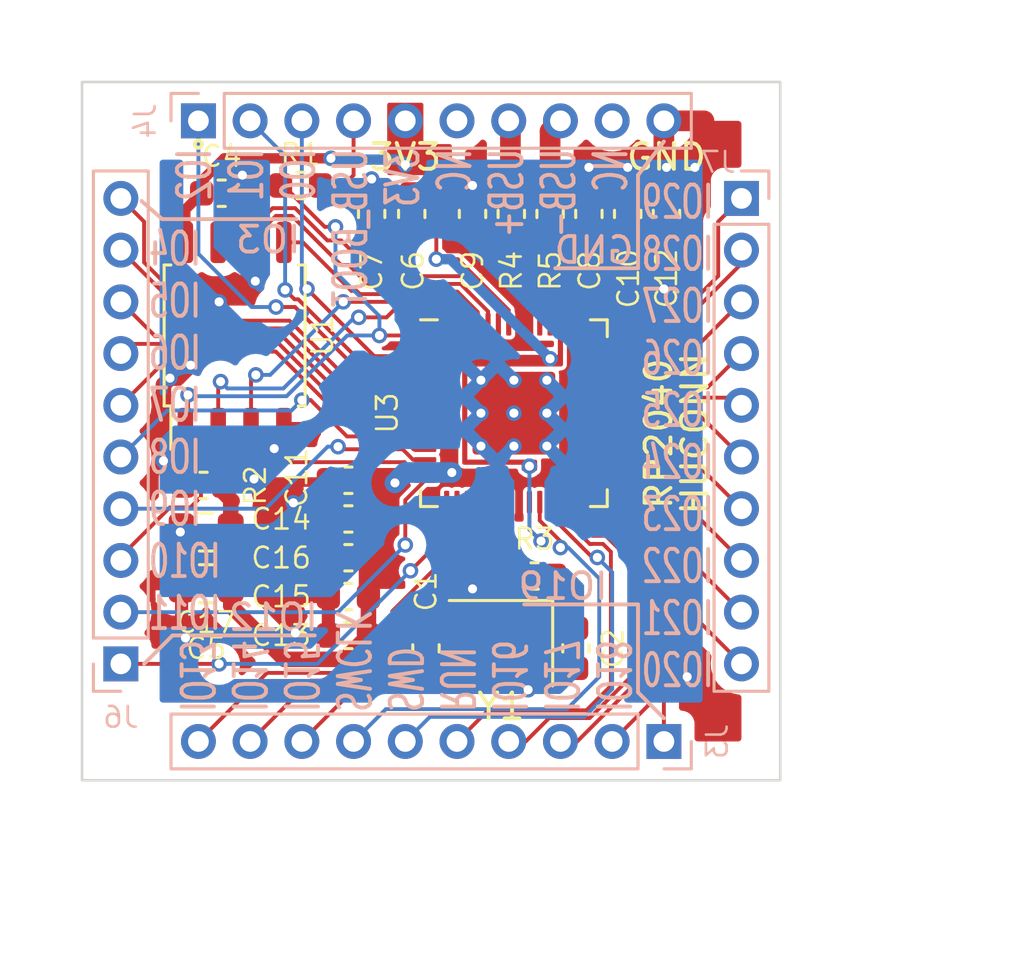
<source format=kicad_pcb>
(kicad_pcb (version 20210824) (generator pcbnew)
  (layers (0 "F.Cu" signal) (31 "B.Cu" signal) (34 "B.Paste" user) (35 "F.Paste" user) (36 "B.SilkS" user "B.Silkscreen") (37 "F.SilkS" user "F.Silkscreen") (38 "B.Mask" user) (39 "F.Mask" user) (44 "Edge.Cuts" user))
  (net 0 "")
  (net 1 "/XIN")
  (net 2 "GND")
  (net 3 "Net-(C2-Pad1)")
  (net 4 "+3V3")
  (net 5 "+1V1")
  (net 6 "/~{USB_BOOT}")
  (net 7 "/GPIO0")
  (net 8 "/GPIO1")
  (net 9 "/GPIO2")
  (net 10 "/GPIO3")
  (net 11 "/GPIO4")
  (net 12 "/GPIO5")
  (net 13 "/GPIO6")
  (net 14 "/GPIO7")
  (net 15 "/GPIO8")
  (net 16 "/GPIO9")
  (net 17 "/GPIO10")
  (net 18 "/GPIO11")
  (net 19 "/GPIO12")
  (net 20 "/GPIO13")
  (net 21 "/GPIO14")
  (net 22 "/GPIO15")
  (net 23 "/GPIO29_ADC3")
  (net 24 "/GPIO28_ADC2")
  (net 25 "/GPIO27_ADC1")
  (net 26 "/GPIO26_ADC0")
  (net 27 "/GPIO25")
  (net 28 "/GPIO24")
  (net 29 "/GPIO23")
  (net 30 "/GPIO22")
  (net 31 "/GPIO21")
  (net 32 "/GPIO20")
  (net 33 "/GPIO19")
  (net 34 "/GPIO18")
  (net 35 "/GPIO17")
  (net 36 "/GPIO16")
  (net 37 "/RUN")
  (net 38 "/SWD")
  (net 39 "/SWCLK")
  (net 40 "/QSPI_SS")
  (net 41 "/XOUT")
  (net 42 "/USB_D+")
  (net 43 "Net-(R4-Pad2)")
  (net 44 "/USB_D-")
  (net 45 "Net-(R5-Pad2)")
  (net 46 "/QSPI_SD1")
  (net 47 "/QSPI_SD2")
  (net 48 "/QSPI_SD0")
  (net 49 "/QSPI_SCLK")
  (net 50 "/QSPI_SD3")
  (footprint "Capacitor_SMD:C_0603_1608Metric" (layer "F.Cu") (at 134 94.6)
    (fp_text reference "R3")
    (fp_text value "1k")
  )
  (footprint "Capacitor_SMD:C_0603_1608Metric" (layer "F.Cu") (at 139.1 80.6 90)
    (fp_text reference "C12")
    (fp_text value "100n")
  )
  (footprint "Capacitor_SMD:C_0603_1608Metric" (layer "F.Cu") (at 121.2 91.1 180)
    (fp_text reference "R2")
    (fp_text value "DNF")
  )
  (footprint "Capacitor_SMD:C_0603_1608Metric" (layer "F.Cu") (at 124.95 79.5)
    (fp_text reference "R1")
    (fp_text value "1k")
  )
  (footprint "Capacitor_SMD:C_0603_1608Metric" (layer "F.Cu") (at 137.6 80.6 90)
    (fp_text reference "C10")
    (fp_text value "1u")
  )
  (footprint "huconn-footprint:RP2040-QFN-56" (layer "F.Cu") (at 133.2 88.305)
    (fp_text reference "U3")
    (fp_text value "RP2040")
  )
  (footprint "Capacitor_SMD:C_0603_1608Metric" (layer "F.Cu") (at 135.6 97.4 -90)
    (fp_text reference "C2")
    (fp_text value "27p")
  )
  (footprint "Crystal:Crystal_SMD_3225-4Pin_3.2x2.5mm" (layer "F.Cu") (at 132.7 97.2 180)
    (fp_text reference "Y1")
    (fp_text value "12MHz/20pF/3225")
  )
  (footprint "Capacitor_SMD:C_0603_1608Metric" (layer "F.Cu") (at 121.9 79.8)
    (fp_text reference "C4")
    (fp_text value "100n")
  )
  (footprint "Package_SO:SOIC-8_5.23x5.23mm_P1.27mm" (layer "F.Cu") (at 122.4 85.3 90)
    (fp_text reference "U1")
    (fp_text value "W25Q128JVS")
  )
  (footprint "Capacitor_SMD:C_0603_1608Metric" (layer "F.Cu") (at 126.8 93.895 180)
    (fp_text reference "C16")
    (fp_text value "100n")
  )
  (footprint "Capacitor_SMD:C_0603_1608Metric" (layer "F.Cu") (at 129.25 80.6 90)
    (fp_text reference "C6")
    (fp_text value "100n")
  )
  (footprint "Capacitor_SMD:C_0603_1608Metric" (layer "F.Cu") (at 126.8 95.395 180)
    (fp_text reference "C15")
    (fp_text value "100n")
  )
  (footprint "Capacitor_SMD:C_0603_1608Metric" (layer "F.Cu") (at 134.6 80.6 -90)
    (fp_text reference "R5")
    (fp_text value "27")
  )
  (footprint "Capacitor_SMD:C_0603_1608Metric" (layer "F.Cu") (at 126.8 96.9 180)
    (fp_text reference "C13")
    (fp_text value "100n")
  )
  (footprint "Capacitor_SMD:C_0603_1608Metric" (layer "F.Cu") (at 133.1 80.6 -90)
    (fp_text reference "R4")
    (fp_text value "27")
  )
  (footprint "Capacitor_SMD:C_0603_1608Metric" (layer "F.Cu") (at 136.1 80.6 90)
    (fp_text reference "C8")
    (fp_text value "1u")
  )
  (footprint "Capacitor_SMD:C_0603_1608Metric" (layer "F.Cu") (at 126.8 92.395 180)
    (fp_text reference "C14")
    (fp_text value "100n")
  )
  (footprint "Capacitor_SMD:C_0603_1608Metric" (layer "F.Cu") (at 131.6 80.6 90)
    (fp_text reference "C9")
    (fp_text value "100n")
  )
  (footprint "Capacitor_SMD:C_0603_1608Metric" (layer "F.Cu") (at 129.8 97.4 90)
    (fp_text reference "C1")
    (fp_text value "27p")
  )
  (footprint "Capacitor_SMD:C_0805_2012Metric" (layer "F.Cu") (at 121.3 92.9 180)
    (fp_text reference "C17")
    (fp_text value "10u")
  )
  (footprint "Capacitor_SMD:C_0603_1608Metric" (layer "F.Cu") (at 127.7 80.6 90)
    (fp_text reference "C7")
    (fp_text value "100n")
  )
  (footprint "Capacitor_SMD:C_0805_2012Metric" (layer "F.Cu") (at 121.3 94.9 180)
    (fp_text reference "C5")
    (fp_text value "10u")
  )
  (footprint "Capacitor_SMD:C_0603_1608Metric" (layer "F.Cu") (at 126.8 90.9 180)
    (fp_text reference "C11")
    (fp_text value "100n")
  )
  (footprint "Connector_PinHeader_2.00mm:PinHeader_1x10_P2.00mm_Vertical" (layer "B.Cu") (at 138.999999 100.999999 90)
    (fp_text reference "J3")
    (fp_text value "Conn_01x10")
  )
  (footprint "Connector_PinHeader_2.00mm:PinHeader_1x10_P2.00mm_Vertical" (layer "B.Cu") (at 121 77 -90)
    (fp_text reference "J4")
    (fp_text value "Conn_01x10")
  )
  (footprint "Connector_PinHeader_2.00mm:PinHeader_1x10_P2.00mm_Vertical" (layer "B.Cu") (at 142 80 180)
    (fp_text reference "J7")
    (fp_text value "Conn_01x10")
  )
  (footprint "Connector_PinHeader_2.00mm:PinHeader_1x10_P2.00mm_Vertical" (layer "B.Cu") (at 118 98)
    (fp_text reference "J6")
    (fp_text value "Conn_01x10")
  )
  (gr_line (start 139 77.8) (end 138 79.1) (layer "B.SilkS") (width 0.15))
  (gr_line (start 138 99.1) (end 138 95.7) (layer "B.SilkS") (width 0.15))
  (gr_line (start 138 79.1) (end 138 81.1) (layer "B.SilkS") (width 0.15))
  (gr_line (start 118.8 80.1) (end 119.6 80.8) (layer "B.SilkS") (width 0.15))
  (gr_line (start 138 81.1) (end 138 82.7) (layer "B.SilkS") (width 0.15))
  (gr_line (start 138 82.7) (end 134.8 82.7) (layer "B.SilkS") (width 0.15))
  (gr_line (start 120 96.9) (end 125.5 96.9) (layer "B.SilkS") (width 0.15))
  (gr_line (start 138 95.7) (end 133.6 95.7) (layer "B.SilkS") (width 0.15))
  (gr_line (start 118.9 98) (end 120 96.9) (layer "B.SilkS") (width 0.15))
  (gr_line (start 119.6 80.8) (end 124.8 80.8) (layer "B.SilkS") (width 0.15))
  (gr_line (start 139 100.1) (end 138 99.1) (layer "B.SilkS") (width 0.15))
  (gr_circle (center 121 77.9) (end 121.1 78) (layer "F.SilkS") (width 0.15) (fill none))
  (gr_rect (start 116.5 75.5) (end 143.5 102.5) (layer "Edge.Cuts") (width 0.1) (fill none))
  (gr_text "IO2\nIO1\nIO0\nUSB_BOOT\n3V3\nNC\nUSB+\nUSB-\nNC\n" (at 128.9 78 90) (layer "B.SilkS") (effects (font (size 1.25 0.8)) (justify left mirror)))
  (gr_text "GND" (at 136.3 82) (layer "B.SilkS") (effects (font (size 1 1)) (justify mirror)))
  (gr_text "IO3" (at 123.7 81.6) (layer "B.SilkS") (effects (font (size 1 1)) (justify mirror)))
  (gr_text "IO4\nIO5\nIO6\nIO7\nIO8\nIO9\nIO10\nIO11" (at 119 89) (layer "B.SilkS") (effects (font (size 1.25 0.8)) (justify right mirror)))
  (gr_text "IO29\nIO28\nIO27\nIO26\nIO25\nIO24\nIO23\nIO22\nIO21\nIO20" (at 141 89.2) (layer "B.SilkS") (effects (font (size 1.25 0.8)) (justify left mirror)))
  (gr_text "IO12" (at 123.9 96.2) (layer "B.SilkS") (effects (font (size 1 1)) (justify mirror)))
  (gr_text "IO18\nIO17\nIO16\nRUN\nSWD\nSWCLK\nIO15\nIO14\nIO13" (at 128.969999 99.939999 270) (layer "B.SilkS") (effects (font (size 1.25 0.8)) (justify left mirror)))
  (gr_text "IO19" (at 135.1 95) (layer "B.SilkS") (effects (font (size 1 1)) (justify mirror)))
  (gr_text "RP2040" (at 138.8 89.1 90) (layer "F.SilkS") (effects (font (size 1 1))))
  (gr_text "3V3" (at 129 78.4) (layer "F.SilkS") (effects (font (size 1 1))))
  (gr_text "HUCONN" (at 140.2 89.1 90) (layer "F.SilkS") (effects (font (size 1 1))))
  (gr_text "GND" (at 139.1 78.4) (layer "F.SilkS") (effects (font (size 1 1))))
  (segment (start 132.6 93.3) (end 132.6 91.7425) (width 0.15) (layer "F.Cu") (net 1))
  (segment (start 132.524511 93.375489) (end 132.6 93.3) (width 0.15) (layer "F.Cu") (net 1))
  (segment (start 132.524511 97.125489) (end 132.524511 93.375489) (width 0.15) (layer "F.Cu") (net 1))
  (segment (start 129.8 98.175) (end 131.475 98.175) (width 0.15) (layer "F.Cu") (net 1))
  (segment (start 131.6 98.05) (end 132.524511 97.125489) (width 0.15) (layer "F.Cu") (net 1))
  (segment (start 131.475 98.175) (end 131.6 98.05) (width 0.15) (layer "F.Cu") (net 1))
  (segment (start 124.305 88.9) (end 123.93187 89.27313) (width 0.6) (layer "F.Cu") (net 2))
  (segment (start 119.65 87.2) (end 119.9 86.95) (width 0.6) (layer "F.Cu") (net 2))
  (segment (start 122.675 79.125) (end 122.7 79.1) (width 0.15) (layer "F.Cu") (net 2))
  (segment (start 132.2 94.5) (end 131.6 95.1) (width 0.15) (layer "F.Cu") (net 2))
  (segment (start 120.2 86.95) (end 120.7 86.45) (width 0.6) (layer "F.Cu") (net 2))
  (segment (start 123.93187 89.27313) (end 123.93187 89.6755) (width 0.6) (layer "F.Cu") (net 2))
  (segment (start 119.65 90.15) (end 119.65 87.2) (width 0.6) (layer "F.Cu") (net 2))
  (segment (start 132.2 91.7425) (end 132.2 94.5) (width 0.15) (layer "F.Cu") (net 2))
  (segment (start 122.675 79.8) (end 122.675 79.125) (width 0.15) (layer "F.Cu") (net 2))
  (segment (start 129.8 96.625) (end 131.325 96.625) (width 0.15) (layer "F.Cu") (net 2))
  (segment (start 139 77) (end 139 78.1) (width 0.8) (layer "F.Cu") (net 2))
  (segment (start 133.8 98.05) (end 133.8 98.95) (width 0.15) (layer "F.Cu") (net 2))
  (segment (start 131.325 96.625) (end 131.6 96.35) (width 0.15) (layer "F.Cu") (net 2))
  (segment (start 133.8 98.95) (end 133.75 99) (width 0.15) (layer "F.Cu") (net 2))
  (segment (start 135.475 98.05) (end 135.6 98.175) (width 0.15) (layer "F.Cu") (net 2))
  (segment (start 139 77) (end 140.55 77) (width 0.8) (layer "F.Cu") (net 2))
  (segment (start 127.7 79.825) (end 127.7 79.25) (width 0.15) (layer "F.Cu") (net 2))
  (segment (start 119.9 86.95) (end 120.2 86.95) (width 0.6) (layer "F.Cu") (net 2))
  (segment (start 133.8 98.05) (end 135.475 98.05) (width 0.15) (layer "F.Cu") (net 2))
  (segment (start 131.6 96.35) (end 131.6 95.1) (width 0.15) (layer "F.Cu") (net 2))
  (segment (start 133.925 98.175) (end 133.8 98.05) (width 0.15) (layer "F.Cu") (net 2))
  (via (at 136.1 78.8) (size 0.6) (drill 0.35) (layers "F.Cu" "B.Cu") (net 2))
  (via (at 131.6 95.1) (size 0.6) (drill 0.35) (layers "F.Cu" "B.Cu") (net 2))
  (via (at 139.9 98.5) (size 0.6) (drill 0.35) (layers "F.Cu" "B.Cu") (net 2))
  (via (at 127.7 79.25) (size 0.6) (drill 0.35) (layers "F.Cu" "B.Cu") (net 2))
  (via (at 121.8 84) (size 0.6) (drill 0.35) (layers "F.Cu" "B.Cu") (net 2))
  (via (at 120.7 86.45) (size 0.6) (drill 0.35) (layers "F.Cu" "B.Cu") (net 2))
  (via (at 122.7 79.1) (size 0.6) (drill 0.35) (layers "F.Cu" "B.Cu") (net 2))
  (via (at 139 83.5) (size 0.6) (drill 0.35) (layers "F.Cu" "B.Cu") (net 2))
  (via (at 119.65 90.15) (size 0.6) (drill 0.35) (layers "F.Cu" "B.Cu") (net 2))
  (via (at 131.6 79.5) (size 0.6) (drill 0.35) (layers "F.Cu" "B.Cu") (net 2))
  (via (at 133.75 99) (size 0.6) (drill 0.35) (layers "F.Cu" "B.Cu") (net 2))
  (via (at 120.5 97) (size 0.6) (drill 0.35) (layers "F.Cu" "B.Cu") (net 2))
  (via (at 123.93187 89.6755) (size 0.6) (drill 0.35) (layers "F.Cu" "B.Cu") (net 2))
  (via (at 119.9 86.95) (size 0.6) (drill 0.35) (layers "F.Cu" "B.Cu") (net 2))
  (via (at 120.3 92.9) (size 0.6) (drill 0.35) (layers "F.Cu" "B.Cu") (net 2))
  (via (at 123.2 83.2) (size 0.6) (drill 0.35) (layers "F.Cu" "B.Cu") (net 2))
  (via (at 140.2 78.8) (size 0.6) (drill 0.35) (layers "F.Cu" "B.Cu") (net 2))
  (via (at 137.6 78.8) (size 0.6) (drill 0.35) (layers "F.Cu" "B.Cu") (net 2))
  (via (at 124.75 96.8) (size 0.6) (drill 0.35) (layers "F.Cu" "B.Cu") (net 2))
  (via (at 139.1 78.8) (size 0.6) (drill 0.35) (layers "F.Cu" "B.Cu") (net 2))
  (via (at 123.15 90.85) (size 0.6) (drill 0.35) (layers "F.Cu" "B.Cu") (net 2))
  (via (at 124.670878 91.770878) (size 0.6) (drill 0.35) (layers "F.Cu" "B.Cu") (net 2))
  (segment (start 121.8 84) (end 121.8 85.35) (width 0.6) (layer "B.Cu") (net 2))
  (segment (start 121.8 85.35) (end 120.7 86.45) (width 0.6) (layer "B.Cu") (net 2))
  (segment (start 133.8 95.575) (end 134.775 94.6) (width 0.15) (layer "F.Cu") (net 3))
  (segment (start 134.075 96.625) (end 133.8 96.35) (width 0.15) (layer "F.Cu") (net 3))
  (segment (start 133.8 96.35) (end 133.8 95.575) (width 0.15) (layer "F.Cu") (net 3))
  (segment (start 135.6 96.625) (end 134.075 96.625) (width 0.15) (layer "F.Cu") (net 3))
  (segment (start 122.25 91.75) (end 122.25 92.9) (width 0.6) (layer "F.Cu") (net 4))
  (segment (start 122 78.45) (end 126.1255 78.45) (width 0.4) (layer "F.Cu") (net 4))
  (segment (start 133.4 91.7425) (end 133.4 91) (width 0.15) (layer "F.Cu") (net 4))
  (segment (start 120.495 80.43) (end 121.125 79.8) (width 0.4) (layer "F.Cu") (net 4))
  (segment (start 121.975 91.1) (end 121.975 91.375) (width 0.6) (layer "F.Cu") (net 4))
  (segment (start 135.705 89.305) (end 135.7 89.3) (width 0.15) (layer "F.Cu") (net 4))
  (segment (start 128.6 91) (end 127.675 91) (width 0.8) (layer "F.Cu") (net 4))
  (segment (start 122.25 95.75) (end 122.25 94.9) (width 0.6) (layer "F.Cu") (net 4))
  (segment (start 122.25 92.9) (end 122.25 94.9) (width 0.6) (layer "F.Cu") (net 4))
  (segment (start 121.975 91.375) (end 122.3 91.7) (width 0.6) (layer "F.Cu") (net 4))
  (segment (start 126.65048 97.82452) (end 124.32452 97.82452) (width 0.6) (layer "F.Cu") (net 4))
  (segment (start 127.575 96.9) (end 126.65048 97.82452) (width 0.6) (layer "F.Cu") (net 4))
  (segment (start 122.3 91.7) (end 122.25 91.75) (width 0.6) (layer "F.Cu") (net 4))
  (segment (start 120.495 81.7) (end 120.495 80.43) (width 0.4) (layer "F.Cu") (net 4))
  (segment (start 127.675 91) (end 127.575 90.9) (width 0.8) (layer "F.Cu") (net 4))
  (segment (start 121.125 79.325) (end 122 78.45) (width 0.4) (layer "F.Cu") (net 4))
  (segment (start 121.125 79.8) (end 121.125 79.325) (width 0.4) (layer "F.Cu") (net 4))
  (segment (start 127.575 96.9) (end 127.575 92.395) (width 0.6) (layer "F.Cu") (net 4))
  (segment (start 136.6375 89.305) (end 135.705 89.305) (width 0.15) (layer "F.Cu") (net 4))
  (segment (start 127.575 92.395) (end 127.575 90.9) (width 0.6) (layer "F.Cu") (net 4))
  (segment (start 124.32452 97.82452) (end 122.25 95.75) (width 0.6) (layer "F.Cu") (net 4))
  (via (at 130.8 90.6) (size 0.6) (drill 0.35) (layers "F.Cu" "B.Cu") (net 4))
  (via (at 128.6 91) (size 0.6) (drill 0.35) (layers "F.Cu" "B.Cu") (net 4))
  (via (at 129 78.7) (size 0.6) (drill 0.35) (layers "F.Cu" "B.Cu") (net 4))
  (via (at 126.1255 78.45) (size 0.6) (drill 0.35) (layers "F.Cu" "B.Cu") (net 4))
  (segment (start 130.8 90.6) (end 129 90.6) (width 0.8) (layer "B.Cu") (net 4))
  (segment (start 129 78.7) (end 128.8 78.5) (width 0.4) (layer "B.Cu") (net 4))
  (segment (start 129 90.6) (end 128.6 91) (width 0.8) (layer "B.Cu") (net 4))
  (segment (start 128.8 78.5) (end 126.1755 78.5) (width 0.4) (layer "B.Cu") (net 4))
  (segment (start 126.1755 78.5) (end 126.1255 78.45) (width 0.4) (layer "B.Cu") (net 4))
  (segment (start 130.075 81.375) (end 130.2 81.5) (width 0.15) (layer "F.Cu") (net 5))
  (segment (start 133.8 92.8) (end 134.25 93.25) (width 0.15) (layer "F.Cu") (net 5))
  (segment (start 129.25 81.375) (end 130.075 81.375) (width 0.15) (layer "F.Cu") (net 5))
  (segment (start 131.027505 82.35) (end 130.2 82.35) (width 0.15) (layer "F.Cu") (net 5))
  (segment (start 129.25 81.375) (end 127.7 81.375) (width 0.15) (layer "F.Cu") (net 5))
  (segment (start 133 84.8675) (end 133 84.322495) (width 0.15) (layer "F.Cu") (net 5))
  (segment (start 130.2 81.5) (end 130.2 82.35) (width 0.15) (layer "F.Cu") (net 5))
  (segment (start 135 84.8675) (end 135 82.475) (width 0.15) (layer "F.Cu") (net 5))
  (segment (start 133.8 91.7425) (end 133.8 92.8) (width 0.15) (layer "F.Cu") (net 5))
  (segment (start 135 82.475) (end 136.1 81.375) (width 0.15) (layer "F.Cu") (net 5))
  (segment (start 133 84.322495) (end 131.027505 82.35) (width 0.15) (layer "F.Cu") (net 5))
  (via (at 133.8 90.3545) (size 0.6) (drill 0.35) (layers "F.Cu" "B.Cu") (net 5))
  (via (at 134.25 93.25) (size 0.6) (drill 0.35) (layers "F.Cu" "B.Cu") (net 5))
  (via (at 130.2 82.35) (size 0.6) (drill 0.35) (layers "F.Cu" "B.Cu") (net 5))
  (via (at 134.6 86.2) (size 0.6) (drill 0.35) (layers "F.Cu" "B.Cu") (net 5))
  (segment (start 133.8 92.8) (end 134.25 93.25) (width 0.15) (layer "B.Cu") (net 5))
  (segment (start 130.75 82.35) (end 130.2 82.35) (width 0.4) (layer "B.Cu") (net 5))
  (segment (start 133.8 90.3545) (end 133.8 92.8) (width 0.15) (layer "B.Cu") (net 5))
  (segment (start 134.6 86.2) (end 130.75 82.35) (width 0.4) (layer "B.Cu") (net 5))
  (segment (start 126.6 79.5) (end 125.725 79.5) (width 0.15) (layer "F.Cu") (net 6))
  (segment (start 127 77) (end 127 79.1) (width 0.15) (layer "F.Cu") (net 6))
  (segment (start 127 79.1) (end 126.6 79.5) (width 0.15) (layer "F.Cu") (net 6))
  (segment (start 129.325 86.105) (end 129.32 86.1) (width 0.15) (layer "F.Cu") (net 7))
  (segment (start 127.8 86.1) (end 125.2 83.5) (width 0.15) (layer "F.Cu") (net 7))
  (segment (start 129.32 86.1) (end 127.8 86.1) (width 0.15) (layer "F.Cu") (net 7))
  (segment (start 129.7625 86.105) (end 129.325 86.105) (width 0.15) (layer "F.Cu") (net 7))
  (via (at 125.2 83.5) (size 0.6) (drill 0.35) (layers "F.Cu" "B.Cu") (net 7))
  (segment (start 125 83.3) (end 125.2 83.5) (width 0.15) (layer "B.Cu") (net 7))
  (segment (start 125 77) (end 125 83.3) (width 0.15) (layer "B.Cu") (net 7))
  (segment (start 129.7625 86.505) (end 127.463244 86.505) (width 0.15) (layer "F.Cu") (net 8))
  (segment (start 127.463244 86.505) (end 124.858733 83.900489) (width 0.15) (layer "F.Cu") (net 8))
  (segment (start 124.714891 83.900489) (end 124.353499 83.539097) (width 0.15) (layer "F.Cu") (net 8))
  (segment (start 124.858733 83.900489) (end 124.714891 83.900489) (width 0.15) (layer "F.Cu") (net 8))
  (via (at 124.353499 83.539097) (size 0.6) (drill 0.35) (layers "F.Cu" "B.Cu") (net 8))
  (segment (start 124.353499 78.353499) (end 124.353499 83.539097) (width 0.15) (layer "B.Cu") (net 8))
  (segment (start 123 77) (end 124.353499 78.353499) (width 0.15) (layer "B.Cu") (net 8))
  (segment (start 129.7625 86.905) (end 127.439672 86.905) (width 0.15) (layer "F.Cu") (net 9))
  (segment (start 127.439672 86.905) (end 124.734672 84.2) (width 0.15) (layer "F.Cu") (net 9))
  (segment (start 124.734672 84.2) (end 124 84.2) (width 0.15) (layer "F.Cu") (net 9))
  (via (at 124 84.2) (size 0.6) (drill 0.35) (layers "F.Cu" "B.Cu") (net 9))
  (segment (start 123.058242 84.2) (end 124 84.2) (width 0.15) (layer "B.Cu") (net 9))
  (segment (start 121 77) (end 121 82.141758) (width 0.15) (layer "B.Cu") (net 9))
  (segment (start 121 82.141758) (end 123.058242 84.2) (width 0.15) (layer "B.Cu") (net 9))
  (segment (start 127.097914 87.305) (end 124.52037 84.727456) (width 0.15) (layer "F.Cu") (net 10))
  (segment (start 124.52037 84.727456) (end 121.151042 84.727456) (width 0.15) (layer "F.Cu") (net 10))
  (segment (start 129.7625 87.305) (end 127.097914 87.305) (width 0.15) (layer "F.Cu") (net 10))
  (segment (start 121.151042 84.727456) (end 118.899511 82.475925) (width 0.15) (layer "F.Cu") (net 10))
  (segment (start 118.899511 82.475925) (end 118.899511 80.899511) (width 0.15) (layer "F.Cu") (net 10))
  (segment (start 118.899511 80.899511) (end 118 80) (width 0.15) (layer "F.Cu") (net 10))
  (segment (start 121.026967 85.026967) (end 118 82) (width 0.15) (layer "F.Cu") (net 11))
  (segment (start 127.074342 87.705) (end 124.396309 85.026967) (width 0.15) (layer "F.Cu") (net 11))
  (segment (start 124.396309 85.026967) (end 121.026967 85.026967) (width 0.15) (layer "F.Cu") (net 11))
  (segment (start 129.7625 87.705) (end 127.074342 87.705) (width 0.15) (layer "F.Cu") (net 11))
  (segment (start 119.326477 85.326477) (end 118 84) (width 0.15) (layer "F.Cu") (net 12))
  (segment (start 129.7625 88.105) (end 127.021042 88.105) (width 0.15) (layer "F.Cu") (net 12))
  (segment (start 127.021042 88.105) (end 124.242519 85.326477) (width 0.15) (layer "F.Cu") (net 12))
  (segment (start 124.242519 85.326477) (end 119.326477 85.326477) (width 0.15) (layer "F.Cu") (net 12))
  (segment (start 124.118458 85.625988) (end 118.374012 85.625988) (width 0.15) (layer "F.Cu") (net 13))
  (segment (start 129.7625 88.505) (end 126.99747 88.505) (width 0.15) (layer "F.Cu") (net 13))
  (segment (start 126.99747 88.505) (end 124.118458 85.625988) (width 0.15) (layer "F.Cu") (net 13))
  (segment (start 118.374012 85.625988) (end 118 86) (width 0.15) (layer "F.Cu") (net 13))
  (segment (start 129.7625 88.905) (end 126.973898 88.905) (width 0.15) (layer "F.Cu") (net 14))
  (segment (start 123.994397 85.925499) (end 120.074501 85.925499) (width 0.15) (layer "F.Cu") (net 14))
  (segment (start 120.074501 85.925499) (end 118 88) (width 0.15) (layer "F.Cu") (net 14))
  (segment (start 126.973898 88.905) (end 123.994397 85.925499) (width 0.15) (layer "F.Cu") (net 14))
  (segment (start 125.341758 87.8) (end 125 87.8) (width 0.15) (layer "F.Cu") (net 15))
  (segment (start 128.824511 89.204511) (end 126.746269 89.204511) (width 0.15) (layer "F.Cu") (net 15))
  (segment (start 129.325 89.705) (end 128.824511 89.204511) (width 0.15) (layer "F.Cu") (net 15))
  (segment (start 126.746269 89.204511) (end 125.341758 87.8) (width 0.15) (layer "F.Cu") (net 15))
  (segment (start 129.7625 89.705) (end 129.325 89.705) (width 0.15) (layer "F.Cu") (net 15))
  (via (at 125 87.8) (size 0.6) (drill 0.35) (layers "F.Cu" "B.Cu") (net 15))
  (segment (start 118 90) (end 119.8 88.2) (width 0.15) (layer "B.Cu") (net 15))
  (segment (start 119.8 88.2) (end 124.6 88.2) (width 0.15) (layer "B.Cu") (net 15))
  (segment (start 124.6 88.2) (end 125 87.8) (width 0.15) (layer "B.Cu") (net 15))
  (segment (start 128.896414 89.7) (end 126.5 89.7) (width 0.15) (layer "F.Cu") (net 16))
  (segment (start 126.5 89.7) (end 126.4 89.6) (width 0.15) (layer "F.Cu") (net 16))
  (segment (start 129.301414 90.105) (end 128.896414 89.7) (width 0.15) (layer "F.Cu") (net 16))
  (segment (start 129.7625 90.105) (end 129.301414 90.105) (width 0.15) (layer "F.Cu") (net 16))
  (via (at 126.4 89.6) (size 0.6) (drill 0.35) (layers "F.Cu" "B.Cu") (net 16))
  (segment (start 126 89.6) (end 126.4 89.6) (width 0.15) (layer "B.Cu") (net 16))
  (segment (start 118 92) (end 123.6 92) (width 0.15) (layer "B.Cu") (net 16))
  (segment (start 123.6 92) (end 126 89.6) (width 0.15) (layer "B.Cu") (net 16))
  (segment (start 119.896522 91.95048) (end 118 93.847002) (width 0.15) (layer "F.Cu") (net 17))
  (segment (start 129.277842 90.505) (end 128.972842 90.2) (width 0.15) (layer "F.Cu") (net 17))
  (segment (start 121.09952 91.542432) (end 120.691472 91.95048) (width 0.15) (layer "F.Cu") (net 17))
  (segment (start 121.09952 90.858528) (end 121.09952 91.542432) (width 0.15) (layer "F.Cu") (net 17))
  (segment (start 129.7625 90.505) (end 129.277842 90.505) (width 0.15) (layer "F.Cu") (net 17))
  (segment (start 128.972842 90.2) (end 121.758048 90.2) (width 0.15) (layer "F.Cu") (net 17))
  (segment (start 121.758048 90.2) (end 121.09952 90.858528) (width 0.15) (layer "F.Cu") (net 17))
  (segment (start 120.691472 91.95048) (end 119.896522 91.95048) (width 0.15) (layer "F.Cu") (net 17))
  (segment (start 118 93.847002) (end 118 94) (width 0.15) (layer "F.Cu") (net 17))
  (segment (start 129.7625 90.905) (end 129 91.6675) (width 0.15) (layer "F.Cu") (net 18))
  (segment (start 129 91.6675) (end 129 93.4) (width 0.15) (layer "F.Cu") (net 18))
  (via (at 129 93.4) (size 0.6) (drill 0.35) (layers "F.Cu" "B.Cu") (net 18))
  (segment (start 118 96) (end 126.4 96) (width 0.15) (layer "B.Cu") (net 18))
  (segment (start 126.4 96) (end 129 93.4) (width 0.15) (layer "B.Cu") (net 18))
  (segment (start 130.6 93) (end 129.2 94.4) (width 0.15) (layer "F.Cu") (net 19))
  (segment (start 130.6 91.7425) (end 130.6 93) (width 0.15) (layer "F.Cu") (net 19))
  (segment (start 118 98) (end 121.8 98) (width 0.15) (layer "F.Cu") (net 19))
  (via (at 129.2 94.4) (size 0.6) (drill 0.35) (layers "F.Cu" "B.Cu") (net 19))
  (via (at 121.8 98) (size 0.6) (drill 0.35) (layers "F.Cu" "B.Cu") (net 19))
  (segment (start 121.8 98) (end 125.6 98) (width 0.15) (layer "B.Cu") (net 19))
  (segment (start 125.6 98) (end 129.2 94.4) (width 0.15) (layer "B.Cu") (net 19))
  (segment (start 131 91.7425) (end 131 93.46089) (width 0.15) (layer "F.Cu") (net 20))
  (segment (start 128.49951 97.14226) (end 127.31726 98.32451) (width 0.15) (layer "F.Cu") (net 20))
  (segment (start 127.31726 98.32451) (end 126.89226 98.32451) (width 0.15) (layer "F.Cu") (net 20))
  (segment (start 131 93.46089) (end 128.49951 95.96138) (width 0.15) (layer "F.Cu") (net 20))
  (segment (start 126.867739 98.349031) (end 123.650967 98.349031) (width 0.15) (layer "F.Cu") (net 20))
  (segment (start 126.89226 98.32451) (end 126.867739 98.349031) (width 0.15) (layer "F.Cu") (net 20))
  (segment (start 128.49951 95.96138) (end 128.49951 97.14226) (width 0.15) (layer "F.Cu") (net 20))
  (segment (start 123.650967 98.349031) (end 120.999999 100.999999) (width 0.15) (layer "F.Cu") (net 20))
  (segment (start 131.4 93.484462) (end 131.4 91.7425) (width 0.15) (layer "F.Cu") (net 21))
  (segment (start 122.999999 100.999999) (end 125.351457 98.648541) (width 0.15) (layer "F.Cu") (net 21))
  (segment (start 128.80096 96.083502) (end 131.4 93.484462) (width 0.15) (layer "F.Cu") (net 21))
  (segment (start 127.016322 98.62402) (end 128.023124 98.62402) (width 0.15) (layer "F.Cu") (net 21))
  (segment (start 126.991801 98.648541) (end 127.016322 98.62402) (width 0.15) (layer "F.Cu") (net 21))
  (segment (start 125.351457 98.648541) (end 126.991801 98.648541) (width 0.15) (layer "F.Cu") (net 21))
  (segment (start 128.023124 98.62402) (end 128.80096 97.846184) (width 0.15) (layer "F.Cu") (net 21))
  (segment (start 128.80096 97.846184) (end 128.80096 96.083502) (width 0.15) (layer "F.Cu") (net 21))
  (segment (start 128.147184 98.923532) (end 129.10048 97.970236) (width 0.15) (layer "F.Cu") (net 22))
  (segment (start 129.10048 97.970236) (end 129.10048 96.207568) (width 0.15) (layer "F.Cu") (net 22))
  (segment (start 127.115863 98.948051) (end 127.140382 98.923532) (width 0.15) (layer "F.Cu") (net 22))
  (segment (start 131.8 93.508048) (end 131.8 91.7425) (width 0.15) (layer "F.Cu") (net 22))
  (segment (start 127.051946 98.948052) (end 127.115863 98.948051) (width 0.15) (layer "F.Cu") (net 22))
  (segment (start 124.999999 100.999999) (end 127.051946 98.948052) (width 0.15) (layer "F.Cu") (net 22))
  (segment (start 129.10048 96.207568) (end 131.8 93.508048) (width 0.15) (layer "F.Cu") (net 22))
  (segment (start 127.140382 98.923532) (end 128.147184 98.923532) (width 0.15) (layer "F.Cu") (net 22))
  (segment (start 141.100489 80.899511) (end 142 80) (width 0.15) (layer "F.Cu") (net 23))
  (segment (start 141.100489 82.999511) (end 141.100489 80.899511) (width 0.15) (layer "F.Cu") (net 23))
  (segment (start 136.6375 86.105) (end 137.995 86.105) (width 0.15) (layer "F.Cu") (net 23))
  (segment (start 137.995 86.105) (end 141.100489 82.999511) (width 0.15) (layer "F.Cu") (net 23))
  (segment (start 142 82) (end 142 82.523572) (width 0.15) (layer "F.Cu") (net 24))
  (segment (start 142 82.523572) (end 138.018572 86.505) (width 0.15) (layer "F.Cu") (net 24))
  (segment (start 138.018572 86.505) (end 136.6375 86.505) (width 0.15) (layer "F.Cu") (net 24))
  (segment (start 142 84) (end 139.095 86.905) (width 0.15) (layer "F.Cu") (net 25))
  (segment (start 139.095 86.905) (end 136.6375 86.905) (width 0.15) (layer "F.Cu") (net 25))
  (segment (start 142 86) (end 140.695 87.305) (width 0.15) (layer "F.Cu") (net 26))
  (segment (start 140.695 87.305) (end 136.6375 87.305) (width 0.15) (layer "F.Cu") (net 26))
  (segment (start 141.705 87.705) (end 136.6375 87.705) (width 0.15) (layer "F.Cu") (net 27))
  (segment (start 142 88) (end 141.705 87.705) (width 0.15) (layer "F.Cu") (net 27))
  (segment (start 142 90) (end 140.105 88.105) (width 0.15) (layer "F.Cu") (net 28))
  (segment (start 140.105 88.105) (end 136.6375 88.105) (width 0.15) (layer "F.Cu") (net 28))
  (segment (start 138.505 88.505) (end 136.6375 88.505) (width 0.15) (layer "F.Cu") (net 29))
  (segment (start 142 92) (end 138.505 88.505) (width 0.15) (layer "F.Cu") (net 29))
  (segment (start 139.89853 90.39853) (end 138.405 88.905) (width 0.15) (layer "F.Cu") (net 30))
  (segment (start 138.405 88.905) (end 136.6375 88.905) (width 0.15) (layer "F.Cu") (net 30))
  (segment (start 142 94) (end 139.89853 91.89853) (width 0.15) (layer "F.Cu") (net 30))
  (segment (start 139.89853 91.89853) (end 139.89853 90.39853) (width 0.15) (layer "F.Cu") (net 30))
  (segment (start 142 96) (end 139.59902 93.59902) (width 0.15) (layer "F.Cu") (net 31))
  (segment (start 138.302144 89.705) (end 136.6375 89.705) (width 0.15) (layer "F.Cu") (net 31))
  (segment (start 139.599019 91.001875) (end 138.302144 89.705) (width 0.15) (layer "F.Cu") (net 31))
  (segment (start 139.59902 93.59902) (end 139.599019 91.001875) (width 0.15) (layer "F.Cu") (net 31))
  (segment (start 139.29951 95.29951) (end 139.299509 91.125937) (width 0.15) (layer "F.Cu") (net 32))
  (segment (start 142 98) (end 139.29951 95.29951) (width 0.15) (layer "F.Cu") (net 32))
  (segment (start 139.299509 91.125937) (end 138.278572 90.105) (width 0.15) (layer "F.Cu") (net 32))
  (segment (start 138.278572 90.105) (end 136.6375 90.105) (width 0.15) (layer "F.Cu") (net 32))
  (segment (start 138.245 90.505) (end 138.25 90.5) (width 0.15) (layer "F.Cu") (net 33))
  (segment (start 136.6375 90.505) (end 138.245 90.505) (width 0.15) (layer "F.Cu") (net 33))
  (segment (start 138.25 90.5) (end 138.999999 91.249999) (width 0.15) (layer "F.Cu") (net 33))
  (segment (start 138.999999 91.249999) (end 138.999999 100.999999) (width 0.15) (layer "F.Cu") (net 33))
  (segment (start 138.398531 92.666031) (end 136.6375 90.905) (width 0.15) (layer "F.Cu") (net 34))
  (segment (start 136.999999 100.999999) (end 138.398531 99.601467) (width 0.15) (layer "F.Cu") (net 34))
  (segment (start 138.398531 99.601467) (end 138.398531 92.666031) (width 0.15) (layer "F.Cu") (net 34))
  (segment (start 135.8 91.7425) (end 135.9 91.7425) (width 0.15) (layer "F.Cu") (net 35))
  (segment (start 138.099021 98.548123) (end 135.647145 100.999999) (width 0.15) (layer "F.Cu") (net 35))
  (segment (start 138.099021 93.941521) (end 138.099021 98.548123) (width 0.15) (layer "F.Cu") (net 35))
  (segment (start 135.647145 100.999999) (end 134.999999 100.999999) (width 0.15) (layer "F.Cu") (net 35))
  (segment (start 135.9 91.7425) (end 138.099021 93.941521) (width 0.15) (layer "F.Cu") (net 35))
  (segment (start 136.128683 100.094889) (end 137.799511 98.424061) (width 0.15) (layer "F.Cu") (net 36))
  (segment (start 134.562196 100.09489) (end 136.128683 100.094889) (width 0.15) (layer "F.Cu") (net 36))
  (segment (start 136.753885 93.046799) (end 136.243296 93.046799) (width 0.15) (layer "F.Cu") (net 36))
  (segment (start 137.799511 98.424061) (end 137.79951 94.092424) (width 0.15) (layer "F.Cu") (net 36))
  (segment (start 133.657087 100.999999) (end 134.562196 100.09489) (width 0.15) (layer "F.Cu") (net 36))
  (segment (start 135.4 92.203503) (end 135.4 91.7425) (width 0.15) (layer "F.Cu") (net 36))
  (segment (start 132.999999 100.999999) (end 133.657087 100.999999) (width 0.15) (layer "F.Cu") (net 36))
  (segment (start 136.243296 93.046799) (end 135.4 92.203503) (width 0.15) (layer "F.Cu") (net 36))
  (segment (start 137.79951 94.092424) (end 136.753885 93.046799) (width 0.15) (layer "F.Cu") (net 36))
  (segment (start 132.204619 99.795379) (end 136.004621 99.795379) (width 0.15) (layer "F.Cu") (net 37))
  (segment (start 136.205085 93.364487) (end 136.137412 93.364487) (width 0.15) (layer "F.Cu") (net 37))
  (segment (start 130.999999 100.999999) (end 132.204619 99.795379) (width 0.15) (layer "F.Cu") (net 37))
  (segment (start 136.951044 98.848956) (end 136.951044 93.66753) (width 0.15) (layer "F.Cu") (net 37))
  (segment (start 136.209286 93.360286) (end 136.205085 93.364487) (width 0.15) (layer "F.Cu") (net 37))
  (segment (start 136.6438 93.360286) (end 136.209286 93.360286) (width 0.15) (layer "F.Cu") (net 37))
  (segment (start 136.137412 93.364487) (end 135 92.227075) (width 0.15) (layer "F.Cu") (net 37))
  (segment (start 136.951044 93.66753) (end 136.6438 93.360286) (width 0.15) (layer "F.Cu") (net 37))
  (segment (start 135 92.227075) (end 135 91.7425) (width 0.15) (layer "F.Cu") (net 37))
  (segment (start 136.004621 99.795379) (end 136.951044 98.848956) (width 0.15) (layer "F.Cu") (net 37))
  (segment (start 134.6 92.250647) (end 136.23414 93.884787) (width 0.15) (layer "F.Cu") (net 38))
  (segment (start 134.6 91.7425) (end 134.6 92.250647) (width 0.15) (layer "F.Cu") (net 38))
  (segment (start 136.23414 93.884787) (end 136.426543 93.884787) (width 0.15) (layer "F.Cu") (net 38))
  (via (at 136.426543 93.884787) (size 0.6) (drill 0.35) (layers "F.Cu" "B.Cu") (net 38))
  (segment (start 129.950487 100.049511) (end 135.924062 100.04951) (width 0.15) (layer "B.Cu") (net 38))
  (segment (start 128.999999 100.999999) (end 129.950487 100.049511) (width 0.15) (layer "B.Cu") (net 38))
  (segment (start 137 94.458244) (end 136.426543 93.884787) (width 0.15) (layer "B.Cu") (net 38))
  (segment (start 137 98.973572) (end 137 94.458244) (width 0.15) (layer "B.Cu") (net 38))
  (segment (start 135.924062 100.04951) (end 137 98.973572) (width 0.15) (layer "B.Cu") (net 38))
  (segment (start 135 93.258242) (end 135 93.5) (width 0.15) (layer "F.Cu") (net 39))
  (segment (start 134.2 92.458242) (end 135 93.258242) (width 0.15) (layer "F.Cu") (net 39))
  (segment (start 134.2 91.7425) (end 134.2 92.458242) (width 0.15) (layer "F.Cu") (net 39))
  (via (at 135 93.5) (size 0.6) (drill 0.35) (layers "F.Cu" "B.Cu") (net 39))
  (segment (start 128.249998 99.75) (end 135.25 99.75) (width 0.15) (layer "B.Cu") (net 39))
  (segment (start 135.25 99.75) (end 136.5 98.5) (width 0.15) (layer "B.Cu") (net 39))
  (segment (start 136.5 98.5) (end 136.5 94.7) (width 0.15) (layer "B.Cu") (net 39))
  (segment (start 135.3 93.5) (end 135 93.5) (width 0.15) (layer "B.Cu") (net 39))
  (segment (start 126.999999 100.999999) (end 128.249998 99.75) (width 0.15) (layer "B.Cu") (net 39))
  (segment (start 136.5 94.7) (end 135.3 93.5) (width 0.15) (layer "B.Cu") (net 39))
  (segment (start 125.88595 81.1) (end 124.28595 79.5) (width 0.15) (layer "F.Cu") (net 40))
  (segment (start 130.1675 85.3) (end 128 85.3) (width 0.15) (layer "F.Cu") (net 40))
  (segment (start 124.28595 79.5) (end 124.175 79.5) (width 0.15) (layer "F.Cu") (net 40))
  (segment (start 120.6 87.6) (end 120.6 88.795) (width 0.15) (layer "F.Cu") (net 40))
  (segment (start 120.425 91.1) (end 120.425 88.97) (width 0.15) (layer "F.Cu") (net 40))
  (segment (start 120.6 88.795) (end 120.495 88.9) (width 0.15) (layer "F.Cu") (net 40))
  (segment (start 126.3 81.1) (end 125.88595 81.1) (width 0.15) (layer "F.Cu") (net 40))
  (segment (start 120.425 88.97) (end 120.495 88.9) (width 0.15) (layer "F.Cu") (net 40))
  (segment (start 130.6 84.8675) (end 130.1675 85.3) (width 0.15) (layer "F.Cu") (net 40))
  (via (at 126.3 81.1) (size 0.6) (drill 0.35) (layers "F.Cu" "B.Cu") (net 40))
  (via (at 120.6 87.6) (size 0.6) (drill 0.35) (layers "F.Cu" "B.Cu") (net 40))
  (via (at 128 85.3) (size 0.6) (drill 0.35) (layers "F.Cu" "B.Cu") (net 40))
  (segment (start 128 85.3) (end 128 84.55) (width 0.15) (layer "B.Cu") (net 40))
  (segment (start 120.648511 87.648511) (end 120.6 87.6) (width 0.15) (layer "B.Cu") (net 40))
  (segment (start 128 85.3) (end 126.758242 85.3) (width 0.15) (layer "B.Cu") (net 40))
  (segment (start 126.758242 85.3) (end 124.409731 87.648511) (width 0.15) (layer "B.Cu") (net 40))
  (segment (start 126.3 82.85) (end 126.3 81.1) (width 0.15) (layer "B.Cu") (net 40))
  (segment (start 128 84.55) (end 126.3 82.85) (width 0.15) (layer "B.Cu") (net 40))
  (segment (start 124.409731 87.648511) (end 120.648511 87.648511) (width 0.15) (layer "B.Cu") (net 40))
  (segment (start 133.225 94.6) (end 133 94.375) (width 0.15) (layer "F.Cu") (net 41))
  (segment (start 133 94.375) (end 133 91.7425) (width 0.15) (layer "F.Cu") (net 41))
  (segment (start 133.064999 77.064999) (end 133 77) (width 0.8) (layer "F.Cu") (net 42))
  (segment (start 133.064999 79.789999) (end 133.064999 77.064999) (width 0.8) (layer "F.Cu") (net 42))
  (segment (start 133.1 79.825) (end 133.064999 79.789999) (width 0.8) (layer "F.Cu") (net 42))
  (segment (start 134.2 84.8675) (end 134.2 82.475) (width 0.15) (layer "F.Cu") (net 43))
  (segment (start 134.2 82.475) (end 133.1 81.375) (width 0.15) (layer "F.Cu") (net 43))
  (segment (start 134.6 79.825) (end 134.6 77.4) (width 0.8) (layer "F.Cu") (net 44))
  (segment (start 134.6 77.4) (end 135 77) (width 0.8) (layer "F.Cu") (net 44))
  (segment (start 134.6 84.8675) (end 134.6 81.375) (width 0.15) (layer "F.Cu") (net 45))
  (segment (start 121.765 87.176756) (end 121.857396 87.08436) (width 0.15) (layer "F.Cu") (net 46))
  (segment (start 121.765 88.9) (end 121.765 87.176756) (width 0.15) (layer "F.Cu") (net 46))
  (segment (start 127.2 84.6) (end 128.276428 84.6) (width 0.15) (layer "F.Cu") (net 46))
  (segment (start 130.340384 84.3) (end 130.434904 84.20548) (width 0.15) (layer "F.Cu") (net 46))
  (segment (start 131 84.440384) (end 131 84.8675) (width 0.15) (layer "F.Cu") (net 46))
  (segment (start 130.765096 84.20548) (end 131 84.440384) (width 0.15) (layer "F.Cu") (net 46))
  (segment (start 128.576428 84.3) (end 130.340384 84.3) (width 0.15) (layer "F.Cu") (net 46))
  (segment (start 130.434904 84.20548) (end 130.765096 84.20548) (width 0.15) (layer "F.Cu") (net 46))
  (segment (start 128.276428 84.6) (end 128.576428 84.3) (width 0.15) (layer "F.Cu") (net 46))
  (via (at 121.857396 87.08436) (size 0.6) (drill 0.35) (layers "F.Cu" "B.Cu") (net 46))
  (via (at 127.2 84.6) (size 0.6) (drill 0.35) (layers "F.Cu" "B.Cu") (net 46))
  (segment (start 127.2 84.6) (end 127.03467 84.6) (width 0.15) (layer "B.Cu") (net 46))
  (segment (start 124.285669 87.349001) (end 122.122037 87.349001) (width 0.15) (layer "B.Cu") (net 46))
  (segment (start 127.03467 84.6) (end 124.285669 87.349001) (width 0.15) (layer "B.Cu") (net 46))
  (segment (start 122.122037 87.349001) (end 121.857396 87.08436) (width 0.15) (layer "B.Cu") (net 46))
  (segment (start 130.310839 83.90596) (end 130.216799 84) (width 0.15) (layer "F.Cu") (net 47))
  (segment (start 131.4 84.8675) (end 131.32452 84.79202) (width 0.15) (layer "F.Cu") (net 47))
  (segment (start 131.32452 84.364904) (end 131.29952 84.339904) (width 0.15) (layer "F.Cu") (net 47))
  (segment (start 130.216799 84) (end 126.6 84) (width 0.15) (layer "F.Cu") (net 47))
  (segment (start 131.32452 84.79202) (end 131.32452 84.364904) (width 0.15) (layer "F.Cu") (net 47))
  (segment (start 123.035 87.010378) (end 123.220878 86.8245) (width 0.15) (layer "F.Cu") (net 47))
  (segment (start 131.29952 84.316318) (end 130.889162 83.90596) (width 0.15) (layer "F.Cu") (net 47))
  (segment (start 123.035 88.9) (end 123.035 87.010378) (width 0.15) (layer "F.Cu") (net 47))
  (segment (start 130.889162 83.90596) (end 130.310839 83.90596) (width 0.15) (layer "F.Cu") (net 47))
  (segment (start 131.29952 84.339904) (end 131.29952 84.316318) (width 0.15) (layer "F.Cu") (net 47))
  (via (at 123.220878 86.8245) (size 0.6) (drill 0.35) (layers "F.Cu" "B.Cu") (net 47))
  (via (at 126.6 84) (size 0.6) (drill 0.35) (layers "F.Cu" "B.Cu") (net 47))
  (segment (start 123.7755 86.8245) (end 123.220878 86.8245) (width 0.15) (layer "B.Cu") (net 47))
  (segment (start 126.6 84) (end 123.7755 86.8245) (width 0.15) (layer "B.Cu") (net 47))
  (segment (start 131.013224 83.60645) (end 130.186777 83.60645) (width 0.15) (layer "F.Cu") (net 48))
  (segment (start 131.8 84.393226) (end 131.013224 83.60645) (width 0.15) (layer "F.Cu") (net 48))
  (segment (start 127.117257 83.575499) (end 126.917257 83.575499) (width 0.15) (layer "F.Cu") (net 48))
  (segment (start 131.8 84.8675) (end 131.8 84.393226) (width 0.15) (layer "F.Cu") (net 48))
  (segment (start 130.093226 83.700001) (end 127.241758 83.7) (width 0.15) (layer "F.Cu") (net 48))
  (segment (start 125.041758 81.7) (end 124.305 81.7) (width 0.15) (layer "F.Cu") (net 48))
  (segment (start 127.241758 83.7) (end 127.117257 83.575499) (width 0.15) (layer "F.Cu") (net 48))
  (segment (start 126.917257 83.575499) (end 125.041758 81.7) (width 0.15) (layer "F.Cu") (net 48))
  (segment (start 130.186777 83.60645) (end 130.093226 83.700001) (width 0.15) (layer "F.Cu") (net 48))
  (segment (start 126.514305 82.575499) (end 124.614286 80.67548) (width 0.15) (layer "F.Cu") (net 49))
  (segment (start 123.035 81.636194) (end 123.035 81.7) (width 0.15) (layer "F.Cu") (net 49))
  (segment (start 127.64225 83.40049) (end 126.817259 82.575499) (width 0.15) (layer "F.Cu") (net 49))
  (segment (start 132.2 84.369656) (end 131.137284 83.30694) (width 0.15) (layer "F.Cu") (net 49))
  (segment (start 126.817259 82.575499) (end 126.514305 82.575499) (width 0.15) (layer "F.Cu") (net 49))
  (segment (start 132.2 84.8675) (end 132.2 84.369656) (width 0.15) (layer "F.Cu") (net 49))
  (segment (start 131.137284 83.30694) (end 130.062715 83.30694) (width 0.15) (layer "F.Cu") (net 49))
  (segment (start 124.614286 80.67548) (end 123.995714 80.67548) (width 0.15) (layer "F.Cu") (net 49))
  (segment (start 123.995714 80.67548) (end 123.035 81.636194) (width 0.15) (layer "F.Cu") (net 49))
  (segment (start 129.969165 83.40049) (end 127.64225 83.40049) (width 0.15) (layer "F.Cu") (net 49))
  (segment (start 130.062715 83.30694) (end 129.969165 83.40049) (width 0.15) (layer "F.Cu") (net 49))
  (segment (start 132.6 84.34608) (end 131.261347 83.007427) (width 0.15) (layer "F.Cu") (net 50))
  (segment (start 127.900183 83.007427) (end 126.517257 81.624501) (width 0.15) (layer "F.Cu") (net 50))
  (segment (start 132.6 84.8675) (end 132.6 84.34608) (width 0.15) (layer "F.Cu") (net 50))
  (segment (start 125.986879 81.624501) (end 124.738347 80.375969) (width 0.15) (layer "F.Cu") (net 50))
  (segment (start 124.738347 80.375969) (end 123.871652 80.37597) (width 0.15) (layer "F.Cu") (net 50))
  (segment (start 123.871652 80.37597) (end 123.572142 80.67548) (width 0.15) (layer "F.Cu") (net 50))
  (segment (start 131.261347 83.007427) (end 127.900183 83.007427) (width 0.15) (layer "F.Cu") (net 50))
  (segment (start 123.572142 80.67548) (end 121.989521 80.67548) (width 0.15) (layer "F.Cu") (net 50))
  (segment (start 126.517257 81.624501) (end 125.986879 81.624501) (width 0.15) (layer "F.Cu") (net 50))
  (segment (start 121.765 80.900001) (end 121.765 81.7) (width 0.15) (layer "F.Cu") (net 50))
  (segment (start 121.989521 80.67548) (end 121.765 80.900001) (width 0.15) (layer "F.Cu") (net 50))
  (zone (net 4) (net_name "+3V3") (layer "F.Cu") (priority 1) (connect_pads yes (clearance 0.15)) (min_thickness 0.15) (fill yes (thermal_gap 0.3) (thermal_bridge_width 0.3))
    (polygon (pts (xy 129.7 77.9) (xy 130.8 77.9) (xy 130.8 80.6) (xy 132.35 80.6) (xy 132.35 82.1) (xy 134 83.8) (xy 134 85.5) (xy 135.3 85.5) (xy 135.3 83.105) (xy 137.048812 83.101609) (xy 137.059535 80.861432) (xy 139.65 80.9) (xy 139.65 82.999745) (xy 138.6 83) (xy 138.6 92.5) (xy 129 92.5) (xy 129 95.1) (xy 127.2 95.1) (xy 127.2 81.7) (xy 130 81.7) (xy 130 79.1) (xy 128.3 79.1) (xy 128.3 76.3) (xy 129.7 76.3)))
  )
  (zone (net 5) (net_name "+1V1") (layer "F.Cu") (priority 2) (connect_pads yes (clearance 0.15)) (min_thickness 0.15) (fill yes (thermal_gap 0.508) (thermal_bridge_width 0.508))
    (polygon (pts (xy 135.1 86.5) (xy 131.4 86.5) (xy 131.4 90.1) (xy 134.1 90.1) (xy 134.1 90.55) (xy 133.5 90.55) (xy 133.5 90.3) (xy 131.2 90.3) (xy 131.2 86.05) (xy 134.9 86.05) (xy 134.9 84.4) (xy 135.1 84.4)))
  )
  (zone (net 2) (net_name "GND") (layer "F.Cu") (connect_pads (clearance 0.508)) (min_thickness 0.254) (fill yes (thermal_gap 0.508) (thermal_bridge_width 0.508))
    (polygon (pts (xy 142 101) (xy 118 101) (xy 118 77) (xy 142 77)))
  )
  (zone (net 2) (net_name "GND") (layer "B.Cu") (connect_pads (clearance 0.508)) (min_thickness 0.254) (fill yes (thermal_gap 0.508) (thermal_bridge_width 0.508))
    (polygon (pts (xy 140.5 99.5) (xy 119.5 99.5) (xy 119.5 78.5) (xy 140.5 78.5)))
  )
)
</source>
